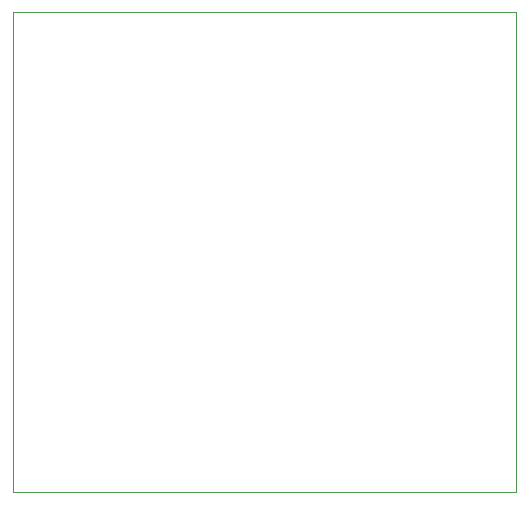
<source format=gbr>
%TF.GenerationSoftware,KiCad,Pcbnew,(6.0.8)*%
%TF.CreationDate,2022-10-05T13:18:44+02:00*%
%TF.ProjectId,Pico_Interface,5069636f-5f49-46e7-9465-72666163652e,rev?*%
%TF.SameCoordinates,Original*%
%TF.FileFunction,Paste,Bot*%
%TF.FilePolarity,Positive*%
%FSLAX46Y46*%
G04 Gerber Fmt 4.6, Leading zero omitted, Abs format (unit mm)*
G04 Created by KiCad (PCBNEW (6.0.8)) date 2022-10-05 13:18:44*
%MOMM*%
%LPD*%
G01*
G04 APERTURE LIST*
%TA.AperFunction,Profile*%
%ADD10C,0.100000*%
%TD*%
G04 APERTURE END LIST*
D10*
X85090000Y-106680000D02*
X127635000Y-106680000D01*
X127635000Y-106680000D02*
X127635000Y-147320000D01*
X127635000Y-147320000D02*
X85090000Y-147320000D01*
X85090000Y-147320000D02*
X85090000Y-106680000D01*
M02*

</source>
